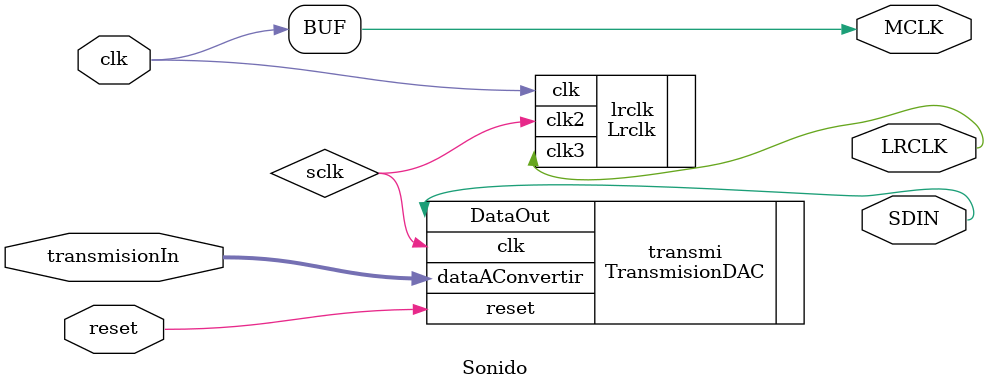
<source format=v>
`timescale 1ns / 1ps
module Sonido(clk, MCLK, LRCLK, SDIN, reset, transmisionIn);
	
	//el sclk va a ser de ~1.5625 MHz trabajando en el modo SCLK interno.
	input [15:0] transmisionIn;
	input clk;
	input reset;
	
	output MCLK; 
	output LRCLK; 
	output SDIN; 
	//dato leído a transmitir al DAC.
	
	wire sclk;
	//frecuencia de transmisión = LRCLK = ~48.8 KHz.
	Lrclk lrclk(
		.clk(clk),
		.clk2(sclk),
		.clk3(LRCLK)
	);
	
	TransmisionDAC transmi(
		.dataAConvertir(transmisionIn),
		.DataOut(SDIN),
		.clk(sclk),
		.reset(reset)
	);
	
	assign MCLK = clk;
	
endmodule

</source>
